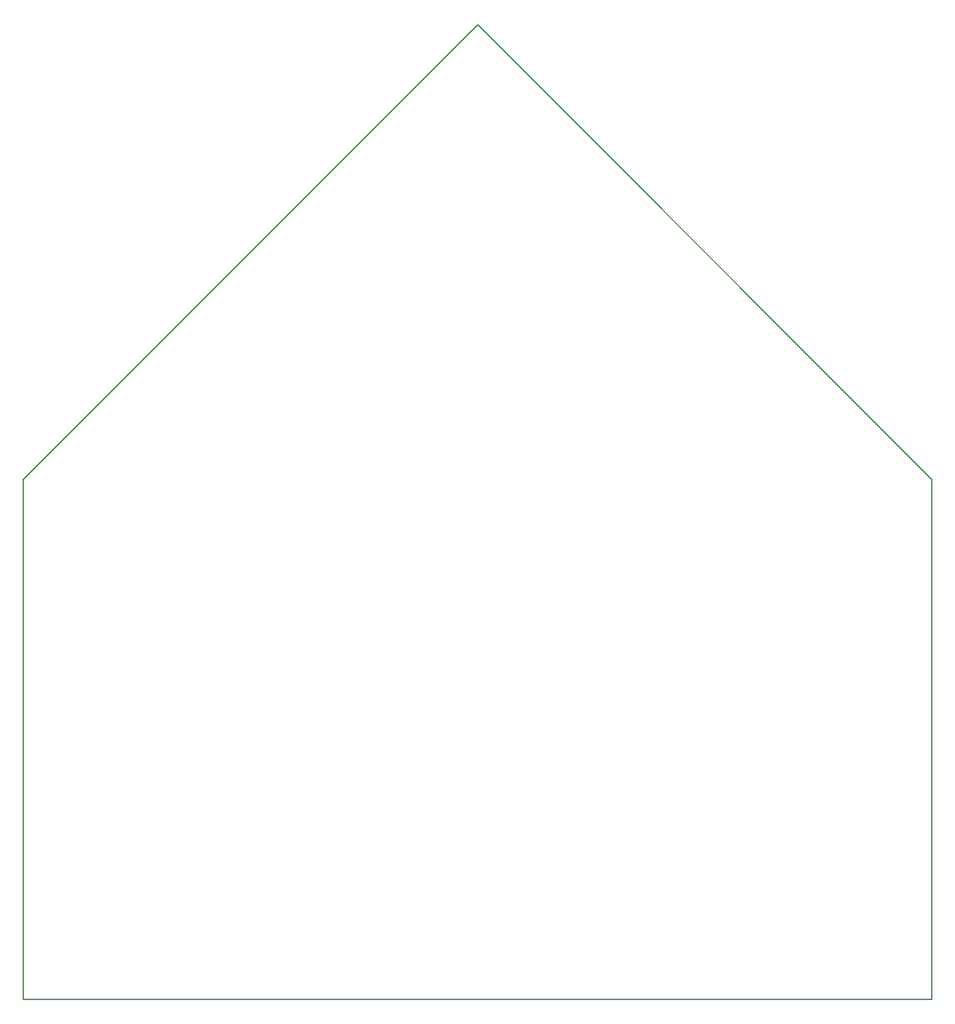
<source format=gbr>
G04 DipTrace Beta 2.9.0.1*
G04 BoardOutline.gbr*
%MOIN*%
G04 #@! TF.FileFunction,Profile*
G04 #@! TF.Part,Single*
%ADD11C,0.005512*%
%FSLAX26Y26*%
G04*
G70*
G90*
G75*
G01*
G04 BoardOutline*
%LPD*%
X4824000Y394000D2*
D11*
Y2925850D1*
X2609000Y5140850D1*
X394000Y2925850D1*
Y394000D1*
X4824000D1*
M02*

</source>
